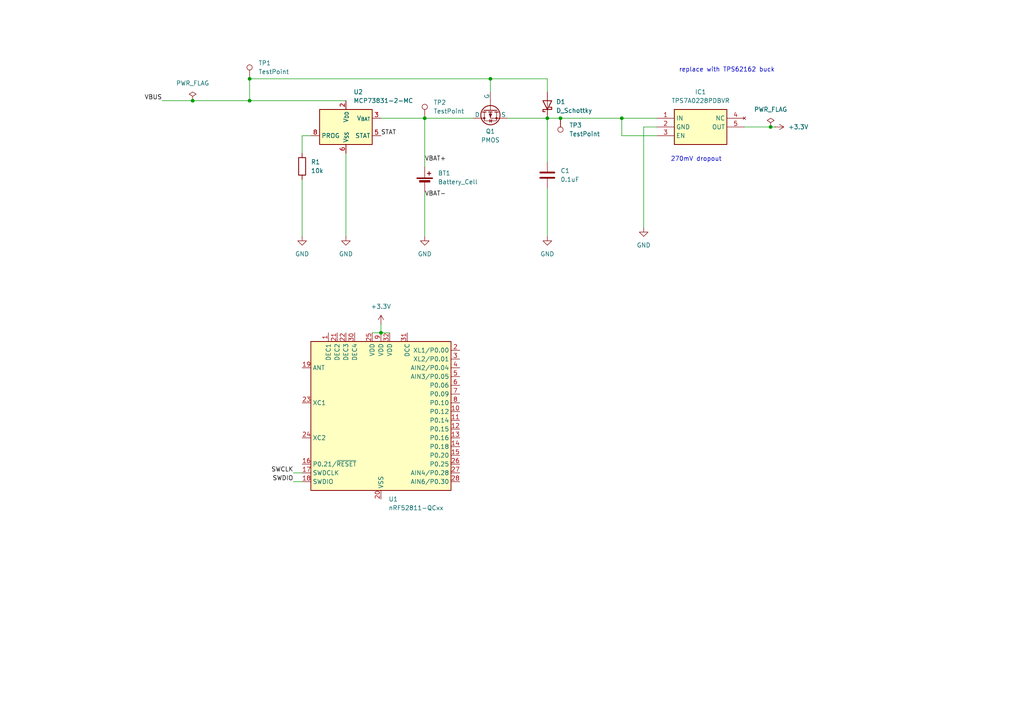
<source format=kicad_sch>
(kicad_sch (version 20231120) (generator "eeschema") (generator_version "8.0")
  (paper "A4")
  (lib_symbols
    (symbol "Battery_Management:MCP73831-2-MC"
      (property "Reference" "U" (at -7.62 6.35 0))
      (property "Value" "MCP73831-2-MC" (at 1.27 6.35 0))
      (symbol "MCP73831-2-MC_0_1"
        (rectangle (start -7.62 5.08) (end 7.62 -5.08) (stroke (width 0.254)) (fill (type background)))
      )
      (symbol "MCP73831-2-MC_1_1"
        (pin passive line (at 0 7.62 270) (length 2.54) hide (name "V_{DD}") (number "1"))
        (pin power_in line (at 0 7.62 270) (length 2.54) (name "V_{DD}") (number "2"))
        (pin power_out line (at 10.16 2.54 180) (length 2.54) (name "V_{BAT}") (number "3"))
        (pin passive line (at 10.16 2.54 180) (length 2.54) hide (name "V_{BAT}") (number "4"))
        (pin tri_state line (at 10.16 -2.54 180) (length 2.54) (name "STAT") (number "5"))
        (pin power_in line (at 0 -7.62 90) (length 2.54) (name "V_{SS}") (number "6"))
        (pin no_connect line (at -7.62 2.54 0) (length 2.54) hide (name "NC") (number "7"))
        (pin input line (at -10.16 -2.54 0) (length 2.54) (name "PROG") (number "8"))
      )
    )
    (symbol "Connector:TestPoint" (pin_numbers hide) (pin_names (offset 0.762) hide)
      (property "Reference" "TP" (at 0 6.858 0))
      (property "Value" "TestPoint" (at 0 5.08 0))
      (symbol "TestPoint_0_1"
        (circle (center 0 3.302) (radius 0.762))
      )
      (symbol "TestPoint_1_1"
        (pin passive line (at 0 0 90) (length 2.54) (name "1") (number "1"))
      )
    )
    (symbol "Device:Battery_Cell" (pin_numbers hide) (pin_names (offset 0) hide)
      (property "Reference" "BT" (at 2.54 2.54 0))
      (property "Value" "Battery_Cell" (at 2.54 0 0))
      (symbol "Battery_Cell_0_1"
        (rectangle (start -2.286 1.778) (end 2.286 1.524) (fill (type outline)))
        (rectangle (start -1.524 1.016) (end 1.524 0.508) (fill (type outline)))
        (polyline (pts (xy 0 0.762) (xy 0 0)))
        (polyline (pts (xy 0 1.778) (xy 0 2.54)))
        (polyline (pts (xy 0.762 3.048) (xy 1.778 3.048)) (stroke (width 0.254)))
        (polyline (pts (xy 1.27 3.556) (xy 1.27 2.54)) (stroke (width 0.254)))
      )
      (symbol "Battery_Cell_1_1"
        (pin passive line (at 0 5.08 270) (length 2.54) (name "+") (number "1"))
        (pin passive line (at 0 -2.54 90) (length 2.54) (name "-") (number "2"))
      )
    )
    (symbol "Device:C" (pin_numbers hide) (pin_names (offset 0.254))
      (property "Reference" "C" (at 0.635 2.54 0))
      (property "Value" "C" (at 0.635 -2.54 0))
      (symbol "C_0_1"
        (polyline (pts (xy -2.032 -0.762) (xy 2.032 -0.762)) (stroke (width 0.508)))
        (polyline (pts (xy -2.032 0.762) (xy 2.032 0.762)) (stroke (width 0.508)))
      )
      (symbol "C_1_1"
        (pin passive line (at 0 3.81 270) (length 2.794) (name "~") (number "1"))
        (pin passive line (at 0 -3.81 90) (length 2.794) (name "~") (number "2"))
      )
    )
    (symbol "Device:D_Schottky" (pin_numbers hide) (pin_names (offset 1.016) hide)
      (property "Reference" "D" (at 0 2.54 0))
      (property "Value" "D_Schottky" (at 0 -2.54 0))
      (symbol "D_Schottky_0_1"
        (polyline (pts (xy 1.27 0) (xy -1.27 0)))
        (polyline (pts (xy 1.27 1.27) (xy 1.27 -1.27) (xy -1.27 0) (xy 1.27 1.27)) (stroke (width 0.254)))
        (polyline (pts (xy -1.905 0.635) (xy -1.905 1.27) (xy -1.27 1.27) (xy -1.27 -1.27) (xy -0.635 -1.27) (xy -0.635 -0.635)) (stroke (width 0.254)))
      )
      (symbol "D_Schottky_1_1"
        (pin passive line (at -3.81 0 0) (length 2.54) (name "K") (number "1"))
        (pin passive line (at 3.81 0 180) (length 2.54) (name "A") (number "2"))
      )
    )
    (symbol "Device:R" (pin_numbers hide) (pin_names (offset 0))
      (property "Reference" "R" (at 2.032 0 90))
      (property "Value" "R" (at 0 0 90))
      (symbol "R_0_1"
        (rectangle (start -1.016 -2.54) (end 1.016 2.54) (stroke (width 0.254)))
      )
      (symbol "R_1_1"
        (pin passive line (at 0 3.81 270) (length 1.27) (name "~") (number "1"))
        (pin passive line (at 0 -3.81 90) (length 1.27) (name "~") (number "2"))
      )
    )
    (symbol "GND_1" (power) (pin_numbers hide) (pin_names (offset 0) hide)
      (property "Value" "GND" (at 0 -3.81 0))
      (symbol "GND_1_0_1"
        (polyline (pts (xy 0 0) (xy 0 -1.27) (xy 1.27 -1.27) (xy 0 -2.54) (xy -1.27 -1.27) (xy 0 -1.27)))
      )
      (symbol "GND_1_1_1"
        (pin power_in line (at 0 0 270) (length 0) (name "~") (number "1"))
      )
    )
    (symbol "MCU_Nordic:nRF52811-QCxx"
      (property "Reference" "U" (at 0 5.08 0))
      (property "Value" "nRF52811-QCxx" (at 0 2.54 0))
      (symbol "nRF52811-QCxx_0_1"
        (rectangle (start -20.32 22.86) (end 20.32 -20.32) (stroke (width 0.254)) (fill (type background)))
      )
      (symbol "nRF52811-QCxx_1_1"
        (pin passive line (at -15.24 25.4 270) (length 2.54) (name "DEC1") (number "1"))
        (pin bidirectional line (at 22.86 2.54 180) (length 2.54) (name "P0.12") (number "10"))
        (pin bidirectional line (at 22.86 0 180) (length 2.54) (name "P0.14") (number "11"))
        (pin bidirectional line (at 22.86 -2.54 180) (length 2.54) (name "P0.15") (number "12"))
        (pin bidirectional line (at 22.86 -5.08 180) (length 2.54) (name "P0.16") (number "13"))
        (pin bidirectional line (at 22.86 -7.62 180) (length 2.54) (name "P0.18") (number "14"))
        (pin bidirectional line (at 22.86 -10.16 180) (length 2.54) (name "P0.20") (number "15"))
        (pin bidirectional line (at -22.86 -12.7 0) (length 2.54) (name "P0.21/~{RESET}") (number "16"))
        (pin input line (at -22.86 -15.24 0) (length 2.54) (name "SWDCLK") (number "17"))
        (pin bidirectional line (at -22.86 -17.78 0) (length 2.54) (name "SWDIO") (number "18"))
        (pin passive line (at -22.86 15.24 0) (length 2.54) (name "ANT") (number "19"))
        (pin bidirectional line (at 22.86 20.32 180) (length 2.54) (name "XL1/P0.00") (number "2"))
        (pin power_in line (at 0 -22.86 90) (length 2.54) (name "VSS") (number "20"))
        (pin passive line (at -12.7 25.4 270) (length 2.54) (name "DEC2") (number "21"))
        (pin passive line (at -10.16 25.4 270) (length 2.54) (name "DEC3") (number "22"))
        (pin input line (at -22.86 5.08 0) (length 2.54) (name "XC1") (number "23"))
        (pin input line (at -22.86 -5.08 0) (length 2.54) (name "XC2") (number "24"))
        (pin power_in line (at -2.54 25.4 270) (length 2.54) (name "VDD") (number "25"))
        (pin bidirectional line (at 22.86 -12.7 180) (length 2.54) (name "P0.25") (number "26"))
        (pin bidirectional line (at 22.86 -15.24 180) (length 2.54) (name "AIN4/P0.28") (number "27"))
        (pin bidirectional line (at 22.86 -17.78 180) (length 2.54) (name "AIN6/P0.30") (number "28"))
        (pin passive line (at 0 -22.86 90) (length 2.54) hide (name "VSS") (number "29"))
        (pin bidirectional line (at 22.86 17.78 180) (length 2.54) (name "XL2/P0.01") (number "3"))
        (pin passive line (at -7.62 25.4 270) (length 2.54) (name "DEC4") (number "30"))
        (pin power_out line (at 7.62 25.4 270) (length 2.54) (name "DCC") (number "31"))
        (pin power_in line (at 2.54 25.4 270) (length 2.54) (name "VDD") (number "32"))
        (pin passive line (at 0 -22.86 90) (length 2.54) hide (name "VSS") (number "33"))
        (pin bidirectional line (at 22.86 15.24 180) (length 2.54) (name "AIN2/P0.04") (number "4"))
        (pin bidirectional line (at 22.86 12.7 180) (length 2.54) (name "AIN3/P0.05") (number "5"))
        (pin bidirectional line (at 22.86 10.16 180) (length 2.54) (name "P0.06") (number "6"))
        (pin bidirectional line (at 22.86 7.62 180) (length 2.54) (name "P0.09") (number "7"))
        (pin bidirectional line (at 22.86 5.08 180) (length 2.54) (name "P0.10") (number "8"))
        (pin power_in line (at 0 25.4 270) (length 2.54) (name "VDD") (number "9"))
      )
    )
    (symbol "Simulation_SPICE:PMOS" (pin_numbers hide) (pin_names (offset 0))
      (property "Reference" "Q" (at 5.08 1.27 0))
      (property "Value" "PMOS" (at 5.08 -1.27 0))
      (symbol "PMOS_0_1"
        (polyline (pts (xy 0.254 0) (xy -2.54 0)))
        (polyline (pts (xy 0.254 1.905) (xy 0.254 -1.905)) (stroke (width 0.254)))
        (polyline (pts (xy 0.762 -1.27) (xy 0.762 -2.286)) (stroke (width 0.254)))
        (polyline (pts (xy 0.762 0.508) (xy 0.762 -0.508)) (stroke (width 0.254)))
        (polyline (pts (xy 0.762 2.286) (xy 0.762 1.27)) (stroke (width 0.254)))
        (polyline (pts (xy 2.54 2.54) (xy 2.54 1.778)))
        (polyline (pts (xy 2.54 -2.54) (xy 2.54 0) (xy 0.762 0)))
        (polyline (pts (xy 0.762 1.778) (xy 3.302 1.778) (xy 3.302 -1.778) (xy 0.762 -1.778)))
        (polyline (pts (xy 2.286 0) (xy 1.27 0.381) (xy 1.27 -0.381) (xy 2.286 0)) (fill (type outline)))
        (polyline (pts (xy 2.794 -0.508) (xy 2.921 -0.381) (xy 3.683 -0.381) (xy 3.81 -0.254)))
        (polyline (pts (xy 3.302 -0.381) (xy 2.921 0.254) (xy 3.683 0.254) (xy 3.302 -0.381)))
        (circle (center 1.651 0) (radius 2.794) (stroke (width 0.254)))
        (circle (center 2.54 -1.778) (radius 0.254) (fill (type outline)))
        (circle (center 2.54 1.778) (radius 0.254) (fill (type outline)))
      )
      (symbol "PMOS_1_1"
        (pin passive line (at 2.54 5.08 270) (length 2.54) (name "D") (number "1"))
        (pin input line (at -5.08 0 0) (length 2.54) (name "G") (number "2"))
        (pin passive line (at 2.54 -5.08 90) (length 2.54) (name "S") (number "3"))
      )
    )
    (symbol "power:+3.3V" (power) (pin_numbers hide) (pin_names (offset 0) hide)
      (property "Value" "+3.3V" (at 0 3.556 0))
      (symbol "+3.3V_0_1"
        (polyline (pts (xy -0.762 1.27) (xy 0 2.54)))
        (polyline (pts (xy 0 0) (xy 0 2.54)))
        (polyline (pts (xy 0 2.54) (xy 0.762 1.27)))
      )
      (symbol "+3.3V_1_1"
        (pin power_in line (at 0 0 90) (length 0) (name "~") (number "1"))
      )
    )
    (symbol "power:PWR_FLAG" (power) (pin_numbers hide) (pin_names (offset 0) hide)
      (property "Value" "PWR_FLAG" (at 0 3.81 0))
      (symbol "PWR_FLAG_0_0"
        (pin power_out line (at 0 0 90) (length 0) (name "~") (number "1"))
      )
      (symbol "PWR_FLAG_0_1"
        (polyline (pts (xy 0 0) (xy 0 1.27) (xy -1.016 1.905) (xy 0 2.54) (xy 1.016 1.905) (xy 0 1.27)))
      )
    )
    (symbol "wearable-som-sym-lib:TPS7A0228PDBVR"
      (property "Reference" "IC" (at 21.59 7.62 0))
      (property "Value" "TPS7A0228PDBVR" (at 21.59 5.08 0))
      (symbol "TPS7A0228PDBVR_1_1"
        (rectangle (start 5.08 2.54) (end 20.32 -7.62) (stroke (width 0.254)) (fill (type background)))
        (pin passive line (at 0 0 0) (length 5.08) (name "IN") (number "1"))
        (pin passive line (at 0 -2.54 0) (length 5.08) (name "GND") (number "2"))
        (pin passive line (at 0 -5.08 0) (length 5.08) (name "EN") (number "3"))
        (pin no_connect line (at 25.4 0 180) (length 5.08) (name "NC") (number "4"))
        (pin passive line (at 25.4 -2.54 180) (length 5.08) (name "OUT") (number "5"))
      )
    )
  )
  (junction (at 180.34 34.29))
  (junction (at 72.39 29.21))
  (junction (at 142.24 22.86))
  (junction (at 223.52 36.83))
  (junction (at 72.39 22.86))
  (junction (at 55.88 29.21))
  (junction (at 123.19 34.29))
  (junction (at 158.75 34.29))
  (junction (at 162.56 34.29))
  (junction (at 110.49 96.52))
  (wire (pts (xy 180.34 34.29) (xy 190.5 34.29)))
  (wire (pts (xy 123.19 34.29) (xy 123.19 48.26)))
  (wire (pts (xy 110.49 93.98) (xy 110.49 96.52)))
  (wire (pts (xy 190.5 39.37) (xy 180.34 39.37)))
  (wire (pts (xy 215.9 36.83) (xy 223.52 36.83)))
  (wire (pts (xy 107.95 96.52) (xy 110.49 96.52)))
  (wire (pts (xy 100.33 44.45) (xy 100.33 68.58)))
  (wire (pts (xy 110.49 34.29) (xy 123.19 34.29)))
  (wire (pts (xy 85.09 137.16) (xy 87.63 137.16)))
  (wire (pts (xy 158.75 34.29) (xy 158.75 46.99)))
  (wire (pts (xy 162.56 34.29) (xy 180.34 34.29)))
  (wire (pts (xy 158.75 54.61) (xy 158.75 68.58)))
  (wire (pts (xy 158.75 22.86) (xy 158.75 26.67)))
  (wire (pts (xy 186.69 36.83) (xy 190.5 36.83)))
  (wire (pts (xy 110.49 96.52) (xy 113.03 96.52)))
  (wire (pts (xy 46.99 29.21) (xy 55.88 29.21)))
  (wire (pts (xy 85.09 139.7) (xy 87.63 139.7)))
  (wire (pts (xy 186.69 66.04) (xy 186.69 36.83)))
  (wire (pts (xy 180.34 39.37) (xy 180.34 34.29)))
  (wire (pts (xy 72.39 22.86) (xy 72.39 29.21)))
  (wire (pts (xy 142.24 22.86) (xy 72.39 22.86)))
  (wire (pts (xy 142.24 22.86) (xy 142.24 26.67)))
  (wire (pts (xy 72.39 29.21) (xy 100.33 29.21)))
  (wire (pts (xy 223.52 36.83) (xy 224.79 36.83)))
  (wire (pts (xy 55.88 29.21) (xy 72.39 29.21)))
  (wire (pts (xy 123.19 34.29) (xy 137.16 34.29)))
  (wire (pts (xy 90.17 39.37) (xy 87.63 39.37)))
  (wire (pts (xy 87.63 52.07) (xy 87.63 68.58)))
  (wire (pts (xy 142.24 22.86) (xy 158.75 22.86)))
  (wire (pts (xy 158.75 34.29) (xy 162.56 34.29)))
  (wire (pts (xy 147.32 34.29) (xy 158.75 34.29)))
  (wire (pts (xy 87.63 39.37) (xy 87.63 44.45)))
  (wire (pts (xy 123.19 55.88) (xy 123.19 68.58)))
  (text "270mV dropout\n" (at 201.93 46.228 0) (effects (font (size 1.27 1.27))))
  (text "replace with TPS62162 buck\n" (at 210.82 20.32 0) (effects (font (size 1.27 1.27))))
  (label "VBAT+" (at 123.19 46.99 0))
  (label "STAT" (at 110.49 39.37 0))
  (label "VBUS" (at 46.99 29.21 180))
  (label "VBAT-" (at 123.19 57.15 0))
  (label "SWCLK" (at 85.09 137.16 180))
  (label "SWDIO" (at 85.09 139.7 180))
  (symbol (lib_id "Device:C") (at 158.75 50.8 0) (unit 1)
    (property "Reference" "C1" (at 162.56 49.5299 0) (effects (justify left)))
    (property "Value" "0.1uF" (at 162.56 52.0699 0) (effects (justify left)))
    (property "Footprint" "Capacitor_SMD:C_0805_2012Metric" (effects (hide yes)))
    (property "Description" "Unpolarized capacitor" (effects (hide yes)))
  )
  (symbol (lib_id "Connector:TestPoint") (at 72.39 22.86 0) (unit 1)
    (property "Reference" "TP1" (at 74.93 18.2879 0) (effects (justify left)))
    (property "Value" "TestPoint" (at 74.93 20.8279 0) (effects (justify left)))
    (property "Footprint" "TestPoint:TestPoint_THTPad_1.0x1.0mm_Drill0.5mm" (effects (hide yes)))
    (property "Description" "test point" (effects (hide yes)))
  )
  (symbol (lib_id "power:+3.3V") (at 110.49 93.98 0) (unit 1)
    (property "Reference" "#PWR07" (effects (hide yes)))
    (property "Value" "+3.3V" (at 110.49 88.9 0))
    (property "Description" "Power symbol creates a global label with name \"+3.3V\"" (effects (hide yes)))
  )
  (symbol (lib_id "power:PWR_FLAG") (at 223.52 36.83 0) (unit 1)
    (property "Reference" "#FLG02" (effects (hide yes)))
    (property "Value" "PWR_FLAG" (at 223.52 31.75 0))
    (property "Description" "Special symbol for telling ERC where power comes from" (effects (hide yes)))
  )
  (symbol (lib_name "GND_1") (lib_id "power:GND") (at 186.69 66.04 0) (unit 1)
    (property "Reference" "#PWR05" (effects (hide yes)))
    (property "Value" "GND" (at 186.69 71.12 0))
    (property "Description" "Power symbol creates a global label with name \"GND\" , ground" (effects (hide yes)))
  )
  (symbol (lib_id "Simulation_SPICE:PMOS") (at 142.24 31.75 90) (mirror x) (unit 1)
    (property "Reference" "Q1" (at 142.24 38.1 90))
    (property "Value" "PMOS" (at 142.24 40.64 90))
    (property "Footprint" "A_wearables:SOT96P240X110-3N" (effects (hide yes)))
    (property "Datasheet" "https://ngspice.sourceforge.io/docs/ngspice-html-manual/manual.xhtml#cha_MOSFETs" (effects (hide yes)))
    (property "Description" "P-MOSFET transistor, drain/source/gate" (effects (hide yes)))
    (property "Sim.Device" "PMOS" (effects (hide yes)))
    (property "Sim.Type" "VDMOS" (effects (hide yes)))
    (property "Sim.Pins" "1=D 2=G 3=S" (effects (hide yes)))
  )
  (symbol (lib_name "GND_1") (lib_id "power:GND") (at 87.63 68.58 0) (unit 1)
    (property "Reference" "#PWR01" (effects (hide yes)))
    (property "Value" "GND" (at 87.63 73.66 0))
    (property "Description" "Power symbol creates a global label with name \"GND\" , ground" (effects (hide yes)))
  )
  (symbol (lib_id "Connector:TestPoint") (at 123.19 34.29 0) (unit 1)
    (property "Reference" "TP2" (at 125.73 29.7179 0) (effects (justify left)))
    (property "Value" "TestPoint" (at 125.73 32.2579 0) (effects (justify left)))
    (property "Footprint" "TestPoint:TestPoint_THTPad_1.0x1.0mm_Drill0.5mm" (effects (hide yes)))
    (property "Description" "test point" (effects (hide yes)))
  )
  (symbol (lib_id "power:PWR_FLAG") (at 55.88 29.21 0) (unit 1)
    (property "Reference" "#FLG01" (effects (hide yes)))
    (property "Value" "PWR_FLAG" (at 55.88 24.13 0))
    (property "Description" "Special symbol for telling ERC where power comes from" (effects (hide yes)))
  )
  (symbol (lib_id "Device:D_Schottky") (at 158.75 30.48 90) (unit 1)
    (property "Reference" "D1" (at 161.29 29.5274 90) (effects (justify right)))
    (property "Value" "D_Schottky" (at 161.29 32.0674 90) (effects (justify right)))
    (property "Footprint" "A_wearables:SOD2513X120N" (effects (hide yes)))
    (property "Description" "Schottky diode" (effects (hide yes)))
  )
  (symbol (lib_name "GND_1") (lib_id "power:GND") (at 100.33 68.58 0) (unit 1)
    (property "Reference" "#PWR02" (effects (hide yes)))
    (property "Value" "GND" (at 100.33 73.66 0))
    (property "Description" "Power symbol creates a global label with name \"GND\" , ground" (effects (hide yes)))
  )
  (symbol (lib_name "GND_1") (lib_id "power:GND") (at 123.19 68.58 0) (unit 1)
    (property "Reference" "#PWR03" (effects (hide yes)))
    (property "Value" "GND" (at 123.19 73.66 0))
    (property "Description" "Power symbol creates a global label with name \"GND\" , ground" (effects (hide yes)))
  )
  (symbol (lib_id "wearable-som-sym-lib:TPS7A0228PDBVR") (at 190.5 34.29 0) (unit 1)
    (property "Reference" "IC1" (at 203.2 26.67 0))
    (property "Value" "TPS7A0228PDBVR" (at 203.2 29.21 0))
    (property "Footprint" "A_wearables:SOT95P280X145-5N" (effects (hide yes)))
    (property "Datasheet" "https://www.ti.com/lit/gpn/TPS7A02" (effects (hide yes)))
    (property "Description" "LDO Voltage Regulators 200-mA, nanopower-IQ (25 nA), low-dropout (LDO) voltage regulator with enable 5-SOT-23 -40 to 125" (effects (hide yes)))
    (property "Height" "1.45" (effects (hide yes)))
    (property "Mouser Part Number" "595-TPS7A0228PDBVR" (effects (hide yes)))
    (property "Mouser Price/Stock" "https://www.mouser.co.uk/ProductDetail/Texas-Instruments/TPS7A0228PDBVR?qs=OlC7AqGiEDmPgwDlb0e44w%3D%3D" (effects (hide yes)))
    (property "Manufacturer_Name" "Texas Instruments" (effects (hide yes)))
    (property "Manufacturer_Part_Number" "TPS7A0228PDBVR" (effects (hide yes)))
  )
  (symbol (lib_id "power:+3.3V") (at 224.79 36.83 270) (unit 1)
    (property "Reference" "#PWR06" (effects (hide yes)))
    (property "Value" "+3.3V" (at 228.6 36.8299 90) (effects (justify left)))
    (property "Description" "Power symbol creates a global label with name \"+3.3V\"" (effects (hide yes)))
  )
  (symbol (lib_name "GND_1") (lib_id "power:GND") (at 158.75 68.58 0) (unit 1)
    (property "Reference" "#PWR04" (effects (hide yes)))
    (property "Value" "GND" (at 158.75 73.66 0))
    (property "Description" "Power symbol creates a global label with name \"GND\" , ground" (effects (hide yes)))
  )
  (symbol (lib_id "Connector:TestPoint") (at 162.56 34.29 180) (unit 1)
    (property "Reference" "TP3" (at 165.1 36.3219 0) (effects (justify right)))
    (property "Value" "TestPoint" (at 165.1 38.8619 0) (effects (justify right)))
    (property "Footprint" "TestPoint:TestPoint_THTPad_1.0x1.0mm_Drill0.5mm" (effects (hide yes)))
    (property "Description" "test point" (effects (hide yes)))
  )
  (symbol (lib_id "MCU_Nordic:nRF52811-QCxx") (at 110.49 121.92 0) (unit 1)
    (property "Reference" "U1" (at 112.6841 144.78 0) (effects (justify left)))
    (property "Value" "nRF52811-QCxx" (at 112.6841 147.32 0) (effects (justify left)))
    (property "Footprint" "Package_DFN_QFN:QFN-32-1EP_5x5mm_P0.5mm_EP3.6x3.6mm_ThermalVias" (effects (hide yes)))
    (property "Datasheet" "https://infocenter.nordicsemi.com/pdf/nRF52811_PS_v1.0.pdf" (effects (hide yes)))
    (property "Description" "Multiprotocol BLE/ANT/2.4 GHz/802.15.4 Cortex-M4F SoC, QFN-32" (effects (hide yes)))
  )
  (symbol (lib_id "Battery_Management:MCP73831-2-MC") (at 100.33 36.83 0) (unit 1)
    (property "Reference" "U2" (at 102.5241 26.67 0) (effects (justify left)))
    (property "Value" "MCP73831-2-MC" (at 102.5241 29.21 0) (effects (justify left)))
    (property "Footprint" "Package_DFN_QFN:DFN-8-1EP_3x2mm_P0.5mm_EP1.7x1.4mm" (effects (hide yes)))
    (property "Datasheet" "http://ww1.microchip.com/downloads/en/DeviceDoc/20001984g.pdf" (effects (hide yes)))
    (property "Description" "Single cell, Li-Ion/Li-Po charge management controller, 4.20V, Tri-State Status Output, in DFN-8 package" (effects (hide yes)))
  )
  (symbol (lib_id "Device:Battery_Cell") (at 123.19 53.34 0) (unit 1)
    (property "Reference" "BT1" (at 127 50.2284 0) (effects (justify left)))
    (property "Value" "Battery_Cell" (at 127 52.7684 0) (effects (justify left)))
    (property "Footprint" "Connector_JST:JST_PH_B2B-PH-K_1x02_P2.00mm_Vertical" (effects (hide yes)))
    (property "Description" "Single-cell battery" (effects (hide yes)))
  )
  (symbol (lib_id "Device:R") (at 87.63 48.26 0) (unit 1)
    (property "Reference" "R1" (at 90.17 46.9899 0) (effects (justify left)))
    (property "Value" "10k" (at 90.17 49.5299 0) (effects (justify left)))
    (property "Footprint" "Resistor_SMD:R_0805_2012Metric" (effects (hide yes)))
    (property "Description" "Resistor" (effects (hide yes)))
  )
)
</source>
